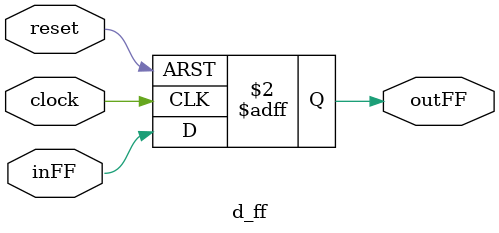
<source format=v>
`timescale 1ns / 1ps


module d_ff (inFF, clock, reset, outFF);

   // Initialize inputs.
	input inFF;    // Data Input
   input clock;   // Clock Input
   input reset;   // Reset input 
   output outFF;  // Data output
	reg  outFF;    // Registered output for clocked logic    
  
	// Always block dictates the logic.
   always@(posedge clock or posedge reset) begin
		if (reset) begin
			outFF <= 1'b0;
		end// End if
	   else 
			outFF <= inFF; // Blocking with any clocked logic
	end// End always
	
endmodule 

</source>
